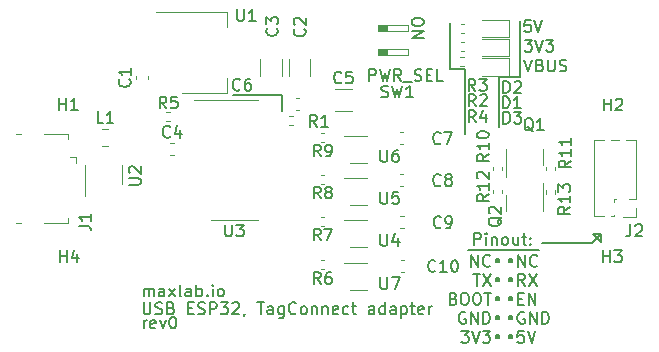
<source format=gbr>
%TF.GenerationSoftware,KiCad,Pcbnew,(6.0.9)*%
%TF.CreationDate,2022-11-09T13:04:19-08:00*%
%TF.ProjectId,esp32-prog,65737033-322d-4707-926f-672e6b696361,rev?*%
%TF.SameCoordinates,PX8f0d180PY2d4cae0*%
%TF.FileFunction,Legend,Top*%
%TF.FilePolarity,Positive*%
%FSLAX46Y46*%
G04 Gerber Fmt 4.6, Leading zero omitted, Abs format (unit mm)*
G04 Created by KiCad (PCBNEW (6.0.9)) date 2022-11-09 13:04:19*
%MOMM*%
%LPD*%
G01*
G04 APERTURE LIST*
%ADD10C,0.150000*%
%ADD11C,0.120000*%
G04 APERTURE END LIST*
D10*
X18400400Y-7986400D02*
X22515200Y-7986400D01*
X49600000Y-19700000D02*
X48800000Y-20500000D01*
X49600000Y-19700000D02*
X48900000Y-19700000D01*
X40955600Y-6462400D02*
X40955600Y-10628000D01*
X36790000Y-5751200D02*
X36790000Y-1890400D01*
X22515200Y-7986400D02*
X22515200Y-9307200D01*
X48900000Y-19700000D02*
X49600000Y-20400000D01*
X42682800Y-1687200D02*
X42682800Y-6462400D01*
X49600000Y-20400000D02*
X49600000Y-19700000D01*
X38060000Y-7275200D02*
X38060000Y-5751200D01*
X38300000Y-21100000D02*
X44300000Y-21100000D01*
X42682800Y-6462400D02*
X40955600Y-6462400D01*
X38060000Y-5751200D02*
X36790000Y-5751200D01*
X38060000Y-11288400D02*
X38060000Y-7275200D01*
X48800000Y-20500000D02*
X44550000Y-20500000D01*
X38542976Y-22482380D02*
X38542976Y-21482380D01*
X39114404Y-22482380D01*
X39114404Y-21482380D01*
X40162023Y-22387142D02*
X40114404Y-22434761D01*
X39971547Y-22482380D01*
X39876309Y-22482380D01*
X39733452Y-22434761D01*
X39638214Y-22339523D01*
X39590595Y-22244285D01*
X39542976Y-22053809D01*
X39542976Y-21910952D01*
X39590595Y-21720476D01*
X39638214Y-21625238D01*
X39733452Y-21530000D01*
X39876309Y-21482380D01*
X39971547Y-21482380D01*
X40114404Y-21530000D01*
X40162023Y-21577619D01*
X38733452Y-23092380D02*
X39304880Y-23092380D01*
X39019166Y-24092380D02*
X39019166Y-23092380D01*
X39542976Y-23092380D02*
X40209642Y-24092380D01*
X40209642Y-23092380D02*
X39542976Y-24092380D01*
X37066785Y-25178571D02*
X37209642Y-25226190D01*
X37257261Y-25273809D01*
X37304880Y-25369047D01*
X37304880Y-25511904D01*
X37257261Y-25607142D01*
X37209642Y-25654761D01*
X37114404Y-25702380D01*
X36733452Y-25702380D01*
X36733452Y-24702380D01*
X37066785Y-24702380D01*
X37162023Y-24750000D01*
X37209642Y-24797619D01*
X37257261Y-24892857D01*
X37257261Y-24988095D01*
X37209642Y-25083333D01*
X37162023Y-25130952D01*
X37066785Y-25178571D01*
X36733452Y-25178571D01*
X37923928Y-24702380D02*
X38114404Y-24702380D01*
X38209642Y-24750000D01*
X38304880Y-24845238D01*
X38352500Y-25035714D01*
X38352500Y-25369047D01*
X38304880Y-25559523D01*
X38209642Y-25654761D01*
X38114404Y-25702380D01*
X37923928Y-25702380D01*
X37828690Y-25654761D01*
X37733452Y-25559523D01*
X37685833Y-25369047D01*
X37685833Y-25035714D01*
X37733452Y-24845238D01*
X37828690Y-24750000D01*
X37923928Y-24702380D01*
X38971547Y-24702380D02*
X39162023Y-24702380D01*
X39257261Y-24750000D01*
X39352500Y-24845238D01*
X39400119Y-25035714D01*
X39400119Y-25369047D01*
X39352500Y-25559523D01*
X39257261Y-25654761D01*
X39162023Y-25702380D01*
X38971547Y-25702380D01*
X38876309Y-25654761D01*
X38781071Y-25559523D01*
X38733452Y-25369047D01*
X38733452Y-25035714D01*
X38781071Y-24845238D01*
X38876309Y-24750000D01*
X38971547Y-24702380D01*
X39685833Y-24702380D02*
X40257261Y-24702380D01*
X39971547Y-25702380D02*
X39971547Y-24702380D01*
X38066785Y-26360000D02*
X37971547Y-26312380D01*
X37828690Y-26312380D01*
X37685833Y-26360000D01*
X37590595Y-26455238D01*
X37542976Y-26550476D01*
X37495357Y-26740952D01*
X37495357Y-26883809D01*
X37542976Y-27074285D01*
X37590595Y-27169523D01*
X37685833Y-27264761D01*
X37828690Y-27312380D01*
X37923928Y-27312380D01*
X38066785Y-27264761D01*
X38114404Y-27217142D01*
X38114404Y-26883809D01*
X37923928Y-26883809D01*
X38542976Y-27312380D02*
X38542976Y-26312380D01*
X39114404Y-27312380D01*
X39114404Y-26312380D01*
X39590595Y-27312380D02*
X39590595Y-26312380D01*
X39828690Y-26312380D01*
X39971547Y-26360000D01*
X40066785Y-26455238D01*
X40114404Y-26550476D01*
X40162023Y-26740952D01*
X40162023Y-26883809D01*
X40114404Y-27074285D01*
X40066785Y-27169523D01*
X39971547Y-27264761D01*
X39828690Y-27312380D01*
X39590595Y-27312380D01*
X37733452Y-27922380D02*
X38352500Y-27922380D01*
X38019166Y-28303333D01*
X38162023Y-28303333D01*
X38257261Y-28350952D01*
X38304880Y-28398571D01*
X38352500Y-28493809D01*
X38352500Y-28731904D01*
X38304880Y-28827142D01*
X38257261Y-28874761D01*
X38162023Y-28922380D01*
X37876309Y-28922380D01*
X37781071Y-28874761D01*
X37733452Y-28827142D01*
X38638214Y-27922380D02*
X38971547Y-28922380D01*
X39304880Y-27922380D01*
X39542976Y-27922380D02*
X40162023Y-27922380D01*
X39828690Y-28303333D01*
X39971547Y-28303333D01*
X40066785Y-28350952D01*
X40114404Y-28398571D01*
X40162023Y-28493809D01*
X40162023Y-28731904D01*
X40114404Y-28827142D01*
X40066785Y-28874761D01*
X39971547Y-28922380D01*
X39685833Y-28922380D01*
X39590595Y-28874761D01*
X39542976Y-28827142D01*
X43591923Y-1599580D02*
X43115733Y-1599580D01*
X43068114Y-2075771D01*
X43115733Y-2028152D01*
X43210971Y-1980533D01*
X43449066Y-1980533D01*
X43544304Y-2028152D01*
X43591923Y-2075771D01*
X43639542Y-2171009D01*
X43639542Y-2409104D01*
X43591923Y-2504342D01*
X43544304Y-2551961D01*
X43449066Y-2599580D01*
X43210971Y-2599580D01*
X43115733Y-2551961D01*
X43068114Y-2504342D01*
X43925257Y-1599580D02*
X44258590Y-2599580D01*
X44591923Y-1599580D01*
X10835595Y-27702380D02*
X10835595Y-27035714D01*
X10835595Y-27226190D02*
X10883214Y-27130952D01*
X10930833Y-27083333D01*
X11026071Y-27035714D01*
X11121309Y-27035714D01*
X11835595Y-27654761D02*
X11740357Y-27702380D01*
X11549880Y-27702380D01*
X11454642Y-27654761D01*
X11407023Y-27559523D01*
X11407023Y-27178571D01*
X11454642Y-27083333D01*
X11549880Y-27035714D01*
X11740357Y-27035714D01*
X11835595Y-27083333D01*
X11883214Y-27178571D01*
X11883214Y-27273809D01*
X11407023Y-27369047D01*
X12216547Y-27035714D02*
X12454642Y-27702380D01*
X12692738Y-27035714D01*
X13264166Y-26702380D02*
X13359404Y-26702380D01*
X13454642Y-26750000D01*
X13502261Y-26797619D01*
X13549880Y-26892857D01*
X13597500Y-27083333D01*
X13597500Y-27321428D01*
X13549880Y-27511904D01*
X13502261Y-27607142D01*
X13454642Y-27654761D01*
X13359404Y-27702380D01*
X13264166Y-27702380D01*
X13168928Y-27654761D01*
X13121309Y-27607142D01*
X13073690Y-27511904D01*
X13026071Y-27321428D01*
X13026071Y-27083333D01*
X13073690Y-26892857D01*
X13121309Y-26797619D01*
X13168928Y-26750000D01*
X13264166Y-26702380D01*
X43066666Y-4952380D02*
X43400000Y-5952380D01*
X43733333Y-4952380D01*
X44400000Y-5428571D02*
X44542857Y-5476190D01*
X44590476Y-5523809D01*
X44638095Y-5619047D01*
X44638095Y-5761904D01*
X44590476Y-5857142D01*
X44542857Y-5904761D01*
X44447619Y-5952380D01*
X44066666Y-5952380D01*
X44066666Y-4952380D01*
X44400000Y-4952380D01*
X44495238Y-5000000D01*
X44542857Y-5047619D01*
X44590476Y-5142857D01*
X44590476Y-5238095D01*
X44542857Y-5333333D01*
X44495238Y-5380952D01*
X44400000Y-5428571D01*
X44066666Y-5428571D01*
X45066666Y-4952380D02*
X45066666Y-5761904D01*
X45114285Y-5857142D01*
X45161904Y-5904761D01*
X45257142Y-5952380D01*
X45447619Y-5952380D01*
X45542857Y-5904761D01*
X45590476Y-5857142D01*
X45638095Y-5761904D01*
X45638095Y-4952380D01*
X46066666Y-5904761D02*
X46209523Y-5952380D01*
X46447619Y-5952380D01*
X46542857Y-5904761D01*
X46590476Y-5857142D01*
X46638095Y-5761904D01*
X46638095Y-5666666D01*
X46590476Y-5571428D01*
X46542857Y-5523809D01*
X46447619Y-5476190D01*
X46257142Y-5428571D01*
X46161904Y-5380952D01*
X46114285Y-5333333D01*
X46066666Y-5238095D01*
X46066666Y-5142857D01*
X46114285Y-5047619D01*
X46161904Y-5000000D01*
X46257142Y-4952380D01*
X46495238Y-4952380D01*
X46638095Y-5000000D01*
X41804761Y-21856190D02*
X41804761Y-22046666D01*
X41852380Y-22046666D02*
X41852380Y-21856190D01*
X41900000Y-21808571D02*
X41900000Y-22094285D01*
X41947619Y-22046666D02*
X41947619Y-21856190D01*
X41995238Y-21856190D02*
X41995238Y-22046666D01*
X41804761Y-21999047D02*
X41900000Y-22094285D01*
X41995238Y-21999047D01*
X41804761Y-21903809D02*
X41900000Y-21808571D01*
X41995238Y-21903809D01*
X41804761Y-21856190D02*
X41900000Y-21808571D01*
X41995238Y-21856190D01*
X42042857Y-21951428D01*
X41995238Y-22046666D01*
X41900000Y-22094285D01*
X41804761Y-22046666D01*
X41757142Y-21951428D01*
X41804761Y-21856190D01*
X41804761Y-23466190D02*
X41804761Y-23656666D01*
X41852380Y-23656666D02*
X41852380Y-23466190D01*
X41900000Y-23418571D02*
X41900000Y-23704285D01*
X41947619Y-23656666D02*
X41947619Y-23466190D01*
X41995238Y-23466190D02*
X41995238Y-23656666D01*
X41804761Y-23609047D02*
X41900000Y-23704285D01*
X41995238Y-23609047D01*
X41804761Y-23513809D02*
X41900000Y-23418571D01*
X41995238Y-23513809D01*
X41804761Y-23466190D02*
X41900000Y-23418571D01*
X41995238Y-23466190D01*
X42042857Y-23561428D01*
X41995238Y-23656666D01*
X41900000Y-23704285D01*
X41804761Y-23656666D01*
X41757142Y-23561428D01*
X41804761Y-23466190D01*
X41804761Y-25076190D02*
X41804761Y-25266666D01*
X41852380Y-25266666D02*
X41852380Y-25076190D01*
X41900000Y-25028571D02*
X41900000Y-25314285D01*
X41947619Y-25266666D02*
X41947619Y-25076190D01*
X41995238Y-25076190D02*
X41995238Y-25266666D01*
X41804761Y-25219047D02*
X41900000Y-25314285D01*
X41995238Y-25219047D01*
X41804761Y-25123809D02*
X41900000Y-25028571D01*
X41995238Y-25123809D01*
X41804761Y-25076190D02*
X41900000Y-25028571D01*
X41995238Y-25076190D01*
X42042857Y-25171428D01*
X41995238Y-25266666D01*
X41900000Y-25314285D01*
X41804761Y-25266666D01*
X41757142Y-25171428D01*
X41804761Y-25076190D01*
X41804761Y-26686190D02*
X41804761Y-26876666D01*
X41852380Y-26876666D02*
X41852380Y-26686190D01*
X41900000Y-26638571D02*
X41900000Y-26924285D01*
X41947619Y-26876666D02*
X41947619Y-26686190D01*
X41995238Y-26686190D02*
X41995238Y-26876666D01*
X41804761Y-26829047D02*
X41900000Y-26924285D01*
X41995238Y-26829047D01*
X41804761Y-26733809D02*
X41900000Y-26638571D01*
X41995238Y-26733809D01*
X41804761Y-26686190D02*
X41900000Y-26638571D01*
X41995238Y-26686190D01*
X42042857Y-26781428D01*
X41995238Y-26876666D01*
X41900000Y-26924285D01*
X41804761Y-26876666D01*
X41757142Y-26781428D01*
X41804761Y-26686190D01*
X41804761Y-28296190D02*
X41804761Y-28486666D01*
X41852380Y-28486666D02*
X41852380Y-28296190D01*
X41900000Y-28248571D02*
X41900000Y-28534285D01*
X41947619Y-28486666D02*
X41947619Y-28296190D01*
X41995238Y-28296190D02*
X41995238Y-28486666D01*
X41804761Y-28439047D02*
X41900000Y-28534285D01*
X41995238Y-28439047D01*
X41804761Y-28343809D02*
X41900000Y-28248571D01*
X41995238Y-28343809D01*
X41804761Y-28296190D02*
X41900000Y-28248571D01*
X41995238Y-28296190D01*
X42042857Y-28391428D01*
X41995238Y-28486666D01*
X41900000Y-28534285D01*
X41804761Y-28486666D01*
X41757142Y-28391428D01*
X41804761Y-28296190D01*
X42535595Y-22482380D02*
X42535595Y-21482380D01*
X43107023Y-22482380D01*
X43107023Y-21482380D01*
X44154642Y-22387142D02*
X44107023Y-22434761D01*
X43964166Y-22482380D01*
X43868928Y-22482380D01*
X43726071Y-22434761D01*
X43630833Y-22339523D01*
X43583214Y-22244285D01*
X43535595Y-22053809D01*
X43535595Y-21910952D01*
X43583214Y-21720476D01*
X43630833Y-21625238D01*
X43726071Y-21530000D01*
X43868928Y-21482380D01*
X43964166Y-21482380D01*
X44107023Y-21530000D01*
X44154642Y-21577619D01*
X43107023Y-24092380D02*
X42773690Y-23616190D01*
X42535595Y-24092380D02*
X42535595Y-23092380D01*
X42916547Y-23092380D01*
X43011785Y-23140000D01*
X43059404Y-23187619D01*
X43107023Y-23282857D01*
X43107023Y-23425714D01*
X43059404Y-23520952D01*
X43011785Y-23568571D01*
X42916547Y-23616190D01*
X42535595Y-23616190D01*
X43440357Y-23092380D02*
X44107023Y-24092380D01*
X44107023Y-23092380D02*
X43440357Y-24092380D01*
X42535595Y-25178571D02*
X42868928Y-25178571D01*
X43011785Y-25702380D02*
X42535595Y-25702380D01*
X42535595Y-24702380D01*
X43011785Y-24702380D01*
X43440357Y-25702380D02*
X43440357Y-24702380D01*
X44011785Y-25702380D01*
X44011785Y-24702380D01*
X43059404Y-26360000D02*
X42964166Y-26312380D01*
X42821309Y-26312380D01*
X42678452Y-26360000D01*
X42583214Y-26455238D01*
X42535595Y-26550476D01*
X42487976Y-26740952D01*
X42487976Y-26883809D01*
X42535595Y-27074285D01*
X42583214Y-27169523D01*
X42678452Y-27264761D01*
X42821309Y-27312380D01*
X42916547Y-27312380D01*
X43059404Y-27264761D01*
X43107023Y-27217142D01*
X43107023Y-26883809D01*
X42916547Y-26883809D01*
X43535595Y-27312380D02*
X43535595Y-26312380D01*
X44107023Y-27312380D01*
X44107023Y-26312380D01*
X44583214Y-27312380D02*
X44583214Y-26312380D01*
X44821309Y-26312380D01*
X44964166Y-26360000D01*
X45059404Y-26455238D01*
X45107023Y-26550476D01*
X45154642Y-26740952D01*
X45154642Y-26883809D01*
X45107023Y-27074285D01*
X45059404Y-27169523D01*
X44964166Y-27264761D01*
X44821309Y-27312380D01*
X44583214Y-27312380D01*
X43011785Y-27922380D02*
X42535595Y-27922380D01*
X42487976Y-28398571D01*
X42535595Y-28350952D01*
X42630833Y-28303333D01*
X42868928Y-28303333D01*
X42964166Y-28350952D01*
X43011785Y-28398571D01*
X43059404Y-28493809D01*
X43059404Y-28731904D01*
X43011785Y-28827142D01*
X42964166Y-28874761D01*
X42868928Y-28922380D01*
X42630833Y-28922380D01*
X42535595Y-28874761D01*
X42487976Y-28827142D01*
X43345119Y-27922380D02*
X43678452Y-28922380D01*
X44011785Y-27922380D01*
X38819047Y-20652380D02*
X38819047Y-19652380D01*
X39200000Y-19652380D01*
X39295238Y-19700000D01*
X39342857Y-19747619D01*
X39390476Y-19842857D01*
X39390476Y-19985714D01*
X39342857Y-20080952D01*
X39295238Y-20128571D01*
X39200000Y-20176190D01*
X38819047Y-20176190D01*
X39819047Y-20652380D02*
X39819047Y-19985714D01*
X39819047Y-19652380D02*
X39771428Y-19700000D01*
X39819047Y-19747619D01*
X39866666Y-19700000D01*
X39819047Y-19652380D01*
X39819047Y-19747619D01*
X40295238Y-19985714D02*
X40295238Y-20652380D01*
X40295238Y-20080952D02*
X40342857Y-20033333D01*
X40438095Y-19985714D01*
X40580952Y-19985714D01*
X40676190Y-20033333D01*
X40723809Y-20128571D01*
X40723809Y-20652380D01*
X41342857Y-20652380D02*
X41247619Y-20604761D01*
X41200000Y-20557142D01*
X41152380Y-20461904D01*
X41152380Y-20176190D01*
X41200000Y-20080952D01*
X41247619Y-20033333D01*
X41342857Y-19985714D01*
X41485714Y-19985714D01*
X41580952Y-20033333D01*
X41628571Y-20080952D01*
X41676190Y-20176190D01*
X41676190Y-20461904D01*
X41628571Y-20557142D01*
X41580952Y-20604761D01*
X41485714Y-20652380D01*
X41342857Y-20652380D01*
X42533333Y-19985714D02*
X42533333Y-20652380D01*
X42104761Y-19985714D02*
X42104761Y-20509523D01*
X42152380Y-20604761D01*
X42247619Y-20652380D01*
X42390476Y-20652380D01*
X42485714Y-20604761D01*
X42533333Y-20557142D01*
X42866666Y-19985714D02*
X43247619Y-19985714D01*
X43009523Y-19652380D02*
X43009523Y-20509523D01*
X43057142Y-20604761D01*
X43152380Y-20652380D01*
X43247619Y-20652380D01*
X43580952Y-20557142D02*
X43628571Y-20604761D01*
X43580952Y-20652380D01*
X43533333Y-20604761D01*
X43580952Y-20557142D01*
X43580952Y-20652380D01*
X43580952Y-20033333D02*
X43628571Y-20080952D01*
X43580952Y-20128571D01*
X43533333Y-20080952D01*
X43580952Y-20033333D01*
X43580952Y-20128571D01*
X43103104Y-3275980D02*
X43722152Y-3275980D01*
X43388819Y-3656933D01*
X43531676Y-3656933D01*
X43626914Y-3704552D01*
X43674533Y-3752171D01*
X43722152Y-3847409D01*
X43722152Y-4085504D01*
X43674533Y-4180742D01*
X43626914Y-4228361D01*
X43531676Y-4275980D01*
X43245961Y-4275980D01*
X43150723Y-4228361D01*
X43103104Y-4180742D01*
X44007866Y-3275980D02*
X44341200Y-4275980D01*
X44674533Y-3275980D01*
X44912628Y-3275980D02*
X45531676Y-3275980D01*
X45198342Y-3656933D01*
X45341200Y-3656933D01*
X45436438Y-3704552D01*
X45484057Y-3752171D01*
X45531676Y-3847409D01*
X45531676Y-4085504D01*
X45484057Y-4180742D01*
X45436438Y-4228361D01*
X45341200Y-4275980D01*
X45055485Y-4275980D01*
X44960247Y-4228361D01*
X44912628Y-4180742D01*
X10835595Y-25002380D02*
X10835595Y-24335714D01*
X10835595Y-24430952D02*
X10883214Y-24383333D01*
X10978452Y-24335714D01*
X11121309Y-24335714D01*
X11216547Y-24383333D01*
X11264166Y-24478571D01*
X11264166Y-25002380D01*
X11264166Y-24478571D02*
X11311785Y-24383333D01*
X11407023Y-24335714D01*
X11549880Y-24335714D01*
X11645119Y-24383333D01*
X11692738Y-24478571D01*
X11692738Y-25002380D01*
X12597500Y-25002380D02*
X12597500Y-24478571D01*
X12549880Y-24383333D01*
X12454642Y-24335714D01*
X12264166Y-24335714D01*
X12168928Y-24383333D01*
X12597500Y-24954761D02*
X12502261Y-25002380D01*
X12264166Y-25002380D01*
X12168928Y-24954761D01*
X12121309Y-24859523D01*
X12121309Y-24764285D01*
X12168928Y-24669047D01*
X12264166Y-24621428D01*
X12502261Y-24621428D01*
X12597500Y-24573809D01*
X12978452Y-25002380D02*
X13502261Y-24335714D01*
X12978452Y-24335714D02*
X13502261Y-25002380D01*
X14026071Y-25002380D02*
X13930833Y-24954761D01*
X13883214Y-24859523D01*
X13883214Y-24002380D01*
X14835595Y-25002380D02*
X14835595Y-24478571D01*
X14787976Y-24383333D01*
X14692738Y-24335714D01*
X14502261Y-24335714D01*
X14407023Y-24383333D01*
X14835595Y-24954761D02*
X14740357Y-25002380D01*
X14502261Y-25002380D01*
X14407023Y-24954761D01*
X14359404Y-24859523D01*
X14359404Y-24764285D01*
X14407023Y-24669047D01*
X14502261Y-24621428D01*
X14740357Y-24621428D01*
X14835595Y-24573809D01*
X15311785Y-25002380D02*
X15311785Y-24002380D01*
X15311785Y-24383333D02*
X15407023Y-24335714D01*
X15597500Y-24335714D01*
X15692738Y-24383333D01*
X15740357Y-24430952D01*
X15787976Y-24526190D01*
X15787976Y-24811904D01*
X15740357Y-24907142D01*
X15692738Y-24954761D01*
X15597500Y-25002380D01*
X15407023Y-25002380D01*
X15311785Y-24954761D01*
X16216547Y-24907142D02*
X16264166Y-24954761D01*
X16216547Y-25002380D01*
X16168928Y-24954761D01*
X16216547Y-24907142D01*
X16216547Y-25002380D01*
X16692738Y-25002380D02*
X16692738Y-24335714D01*
X16692738Y-24002380D02*
X16645119Y-24050000D01*
X16692738Y-24097619D01*
X16740357Y-24050000D01*
X16692738Y-24002380D01*
X16692738Y-24097619D01*
X17311785Y-25002380D02*
X17216547Y-24954761D01*
X17168928Y-24907142D01*
X17121309Y-24811904D01*
X17121309Y-24526190D01*
X17168928Y-24430952D01*
X17216547Y-24383333D01*
X17311785Y-24335714D01*
X17454642Y-24335714D01*
X17549880Y-24383333D01*
X17597500Y-24430952D01*
X17645119Y-24526190D01*
X17645119Y-24811904D01*
X17597500Y-24907142D01*
X17549880Y-24954761D01*
X17454642Y-25002380D01*
X17311785Y-25002380D01*
X40704761Y-21856190D02*
X40704761Y-22046666D01*
X40752380Y-22046666D02*
X40752380Y-21856190D01*
X40800000Y-21808571D02*
X40800000Y-22094285D01*
X40847619Y-22046666D02*
X40847619Y-21856190D01*
X40895238Y-21856190D02*
X40895238Y-22046666D01*
X40704761Y-21999047D02*
X40800000Y-22094285D01*
X40895238Y-21999047D01*
X40704761Y-21903809D02*
X40800000Y-21808571D01*
X40895238Y-21903809D01*
X40704761Y-21856190D02*
X40800000Y-21808571D01*
X40895238Y-21856190D01*
X40942857Y-21951428D01*
X40895238Y-22046666D01*
X40800000Y-22094285D01*
X40704761Y-22046666D01*
X40657142Y-21951428D01*
X40704761Y-21856190D01*
X40704761Y-23466190D02*
X40704761Y-23656666D01*
X40752380Y-23656666D02*
X40752380Y-23466190D01*
X40800000Y-23418571D02*
X40800000Y-23704285D01*
X40847619Y-23656666D02*
X40847619Y-23466190D01*
X40895238Y-23466190D02*
X40895238Y-23656666D01*
X40704761Y-23609047D02*
X40800000Y-23704285D01*
X40895238Y-23609047D01*
X40704761Y-23513809D02*
X40800000Y-23418571D01*
X40895238Y-23513809D01*
X40704761Y-23466190D02*
X40800000Y-23418571D01*
X40895238Y-23466190D01*
X40942857Y-23561428D01*
X40895238Y-23656666D01*
X40800000Y-23704285D01*
X40704761Y-23656666D01*
X40657142Y-23561428D01*
X40704761Y-23466190D01*
X40704761Y-25076190D02*
X40704761Y-25266666D01*
X40752380Y-25266666D02*
X40752380Y-25076190D01*
X40800000Y-25028571D02*
X40800000Y-25314285D01*
X40847619Y-25266666D02*
X40847619Y-25076190D01*
X40895238Y-25076190D02*
X40895238Y-25266666D01*
X40704761Y-25219047D02*
X40800000Y-25314285D01*
X40895238Y-25219047D01*
X40704761Y-25123809D02*
X40800000Y-25028571D01*
X40895238Y-25123809D01*
X40704761Y-25076190D02*
X40800000Y-25028571D01*
X40895238Y-25076190D01*
X40942857Y-25171428D01*
X40895238Y-25266666D01*
X40800000Y-25314285D01*
X40704761Y-25266666D01*
X40657142Y-25171428D01*
X40704761Y-25076190D01*
X40704761Y-26686190D02*
X40704761Y-26876666D01*
X40752380Y-26876666D02*
X40752380Y-26686190D01*
X40800000Y-26638571D02*
X40800000Y-26924285D01*
X40847619Y-26876666D02*
X40847619Y-26686190D01*
X40895238Y-26686190D02*
X40895238Y-26876666D01*
X40704761Y-26829047D02*
X40800000Y-26924285D01*
X40895238Y-26829047D01*
X40704761Y-26733809D02*
X40800000Y-26638571D01*
X40895238Y-26733809D01*
X40704761Y-26686190D02*
X40800000Y-26638571D01*
X40895238Y-26686190D01*
X40942857Y-26781428D01*
X40895238Y-26876666D01*
X40800000Y-26924285D01*
X40704761Y-26876666D01*
X40657142Y-26781428D01*
X40704761Y-26686190D01*
X40704761Y-28296190D02*
X40704761Y-28486666D01*
X40752380Y-28486666D02*
X40752380Y-28296190D01*
X40800000Y-28248571D02*
X40800000Y-28534285D01*
X40847619Y-28486666D02*
X40847619Y-28296190D01*
X40895238Y-28296190D02*
X40895238Y-28486666D01*
X40704761Y-28439047D02*
X40800000Y-28534285D01*
X40895238Y-28439047D01*
X40704761Y-28343809D02*
X40800000Y-28248571D01*
X40895238Y-28343809D01*
X40704761Y-28296190D02*
X40800000Y-28248571D01*
X40895238Y-28296190D01*
X40942857Y-28391428D01*
X40895238Y-28486666D01*
X40800000Y-28534285D01*
X40704761Y-28486666D01*
X40657142Y-28391428D01*
X40704761Y-28296190D01*
X10835595Y-25502380D02*
X10835595Y-26311904D01*
X10883214Y-26407142D01*
X10930833Y-26454761D01*
X11026071Y-26502380D01*
X11216547Y-26502380D01*
X11311785Y-26454761D01*
X11359404Y-26407142D01*
X11407023Y-26311904D01*
X11407023Y-25502380D01*
X11835595Y-26454761D02*
X11978452Y-26502380D01*
X12216547Y-26502380D01*
X12311785Y-26454761D01*
X12359404Y-26407142D01*
X12407023Y-26311904D01*
X12407023Y-26216666D01*
X12359404Y-26121428D01*
X12311785Y-26073809D01*
X12216547Y-26026190D01*
X12026071Y-25978571D01*
X11930833Y-25930952D01*
X11883214Y-25883333D01*
X11835595Y-25788095D01*
X11835595Y-25692857D01*
X11883214Y-25597619D01*
X11930833Y-25550000D01*
X12026071Y-25502380D01*
X12264166Y-25502380D01*
X12407023Y-25550000D01*
X13168928Y-25978571D02*
X13311785Y-26026190D01*
X13359404Y-26073809D01*
X13407023Y-26169047D01*
X13407023Y-26311904D01*
X13359404Y-26407142D01*
X13311785Y-26454761D01*
X13216547Y-26502380D01*
X12835595Y-26502380D01*
X12835595Y-25502380D01*
X13168928Y-25502380D01*
X13264166Y-25550000D01*
X13311785Y-25597619D01*
X13359404Y-25692857D01*
X13359404Y-25788095D01*
X13311785Y-25883333D01*
X13264166Y-25930952D01*
X13168928Y-25978571D01*
X12835595Y-25978571D01*
X14597500Y-25978571D02*
X14930833Y-25978571D01*
X15073690Y-26502380D02*
X14597500Y-26502380D01*
X14597500Y-25502380D01*
X15073690Y-25502380D01*
X15454642Y-26454761D02*
X15597500Y-26502380D01*
X15835595Y-26502380D01*
X15930833Y-26454761D01*
X15978452Y-26407142D01*
X16026071Y-26311904D01*
X16026071Y-26216666D01*
X15978452Y-26121428D01*
X15930833Y-26073809D01*
X15835595Y-26026190D01*
X15645119Y-25978571D01*
X15549880Y-25930952D01*
X15502261Y-25883333D01*
X15454642Y-25788095D01*
X15454642Y-25692857D01*
X15502261Y-25597619D01*
X15549880Y-25550000D01*
X15645119Y-25502380D01*
X15883214Y-25502380D01*
X16026071Y-25550000D01*
X16454642Y-26502380D02*
X16454642Y-25502380D01*
X16835595Y-25502380D01*
X16930833Y-25550000D01*
X16978452Y-25597619D01*
X17026071Y-25692857D01*
X17026071Y-25835714D01*
X16978452Y-25930952D01*
X16930833Y-25978571D01*
X16835595Y-26026190D01*
X16454642Y-26026190D01*
X17359404Y-25502380D02*
X17978452Y-25502380D01*
X17645119Y-25883333D01*
X17787976Y-25883333D01*
X17883214Y-25930952D01*
X17930833Y-25978571D01*
X17978452Y-26073809D01*
X17978452Y-26311904D01*
X17930833Y-26407142D01*
X17883214Y-26454761D01*
X17787976Y-26502380D01*
X17502261Y-26502380D01*
X17407023Y-26454761D01*
X17359404Y-26407142D01*
X18359404Y-25597619D02*
X18407023Y-25550000D01*
X18502261Y-25502380D01*
X18740357Y-25502380D01*
X18835595Y-25550000D01*
X18883214Y-25597619D01*
X18930833Y-25692857D01*
X18930833Y-25788095D01*
X18883214Y-25930952D01*
X18311785Y-26502380D01*
X18930833Y-26502380D01*
X19407023Y-26454761D02*
X19407023Y-26502380D01*
X19359404Y-26597619D01*
X19311785Y-26645238D01*
X20454642Y-25502380D02*
X21026071Y-25502380D01*
X20740357Y-26502380D02*
X20740357Y-25502380D01*
X21787976Y-26502380D02*
X21787976Y-25978571D01*
X21740357Y-25883333D01*
X21645119Y-25835714D01*
X21454642Y-25835714D01*
X21359404Y-25883333D01*
X21787976Y-26454761D02*
X21692738Y-26502380D01*
X21454642Y-26502380D01*
X21359404Y-26454761D01*
X21311785Y-26359523D01*
X21311785Y-26264285D01*
X21359404Y-26169047D01*
X21454642Y-26121428D01*
X21692738Y-26121428D01*
X21787976Y-26073809D01*
X22692738Y-25835714D02*
X22692738Y-26645238D01*
X22645119Y-26740476D01*
X22597500Y-26788095D01*
X22502261Y-26835714D01*
X22359404Y-26835714D01*
X22264166Y-26788095D01*
X22692738Y-26454761D02*
X22597500Y-26502380D01*
X22407023Y-26502380D01*
X22311785Y-26454761D01*
X22264166Y-26407142D01*
X22216547Y-26311904D01*
X22216547Y-26026190D01*
X22264166Y-25930952D01*
X22311785Y-25883333D01*
X22407023Y-25835714D01*
X22597500Y-25835714D01*
X22692738Y-25883333D01*
X23740357Y-26407142D02*
X23692738Y-26454761D01*
X23549880Y-26502380D01*
X23454642Y-26502380D01*
X23311785Y-26454761D01*
X23216547Y-26359523D01*
X23168928Y-26264285D01*
X23121309Y-26073809D01*
X23121309Y-25930952D01*
X23168928Y-25740476D01*
X23216547Y-25645238D01*
X23311785Y-25550000D01*
X23454642Y-25502380D01*
X23549880Y-25502380D01*
X23692738Y-25550000D01*
X23740357Y-25597619D01*
X24311785Y-26502380D02*
X24216547Y-26454761D01*
X24168928Y-26407142D01*
X24121309Y-26311904D01*
X24121309Y-26026190D01*
X24168928Y-25930952D01*
X24216547Y-25883333D01*
X24311785Y-25835714D01*
X24454642Y-25835714D01*
X24549880Y-25883333D01*
X24597500Y-25930952D01*
X24645119Y-26026190D01*
X24645119Y-26311904D01*
X24597500Y-26407142D01*
X24549880Y-26454761D01*
X24454642Y-26502380D01*
X24311785Y-26502380D01*
X25073690Y-25835714D02*
X25073690Y-26502380D01*
X25073690Y-25930952D02*
X25121309Y-25883333D01*
X25216547Y-25835714D01*
X25359404Y-25835714D01*
X25454642Y-25883333D01*
X25502261Y-25978571D01*
X25502261Y-26502380D01*
X25978452Y-25835714D02*
X25978452Y-26502380D01*
X25978452Y-25930952D02*
X26026071Y-25883333D01*
X26121309Y-25835714D01*
X26264166Y-25835714D01*
X26359404Y-25883333D01*
X26407023Y-25978571D01*
X26407023Y-26502380D01*
X27264166Y-26454761D02*
X27168928Y-26502380D01*
X26978452Y-26502380D01*
X26883214Y-26454761D01*
X26835595Y-26359523D01*
X26835595Y-25978571D01*
X26883214Y-25883333D01*
X26978452Y-25835714D01*
X27168928Y-25835714D01*
X27264166Y-25883333D01*
X27311785Y-25978571D01*
X27311785Y-26073809D01*
X26835595Y-26169047D01*
X28168928Y-26454761D02*
X28073690Y-26502380D01*
X27883214Y-26502380D01*
X27787976Y-26454761D01*
X27740357Y-26407142D01*
X27692738Y-26311904D01*
X27692738Y-26026190D01*
X27740357Y-25930952D01*
X27787976Y-25883333D01*
X27883214Y-25835714D01*
X28073690Y-25835714D01*
X28168928Y-25883333D01*
X28454642Y-25835714D02*
X28835595Y-25835714D01*
X28597500Y-25502380D02*
X28597500Y-26359523D01*
X28645119Y-26454761D01*
X28740357Y-26502380D01*
X28835595Y-26502380D01*
X30359404Y-26502380D02*
X30359404Y-25978571D01*
X30311785Y-25883333D01*
X30216547Y-25835714D01*
X30026071Y-25835714D01*
X29930833Y-25883333D01*
X30359404Y-26454761D02*
X30264166Y-26502380D01*
X30026071Y-26502380D01*
X29930833Y-26454761D01*
X29883214Y-26359523D01*
X29883214Y-26264285D01*
X29930833Y-26169047D01*
X30026071Y-26121428D01*
X30264166Y-26121428D01*
X30359404Y-26073809D01*
X31264166Y-26502380D02*
X31264166Y-25502380D01*
X31264166Y-26454761D02*
X31168928Y-26502380D01*
X30978452Y-26502380D01*
X30883214Y-26454761D01*
X30835595Y-26407142D01*
X30787976Y-26311904D01*
X30787976Y-26026190D01*
X30835595Y-25930952D01*
X30883214Y-25883333D01*
X30978452Y-25835714D01*
X31168928Y-25835714D01*
X31264166Y-25883333D01*
X32168928Y-26502380D02*
X32168928Y-25978571D01*
X32121309Y-25883333D01*
X32026071Y-25835714D01*
X31835595Y-25835714D01*
X31740357Y-25883333D01*
X32168928Y-26454761D02*
X32073690Y-26502380D01*
X31835595Y-26502380D01*
X31740357Y-26454761D01*
X31692738Y-26359523D01*
X31692738Y-26264285D01*
X31740357Y-26169047D01*
X31835595Y-26121428D01*
X32073690Y-26121428D01*
X32168928Y-26073809D01*
X32645119Y-25835714D02*
X32645119Y-26835714D01*
X32645119Y-25883333D02*
X32740357Y-25835714D01*
X32930833Y-25835714D01*
X33026071Y-25883333D01*
X33073690Y-25930952D01*
X33121309Y-26026190D01*
X33121309Y-26311904D01*
X33073690Y-26407142D01*
X33026071Y-26454761D01*
X32930833Y-26502380D01*
X32740357Y-26502380D01*
X32645119Y-26454761D01*
X33407023Y-25835714D02*
X33787976Y-25835714D01*
X33549880Y-25502380D02*
X33549880Y-26359523D01*
X33597500Y-26454761D01*
X33692738Y-26502380D01*
X33787976Y-26502380D01*
X34502261Y-26454761D02*
X34407023Y-26502380D01*
X34216547Y-26502380D01*
X34121309Y-26454761D01*
X34073690Y-26359523D01*
X34073690Y-25978571D01*
X34121309Y-25883333D01*
X34216547Y-25835714D01*
X34407023Y-25835714D01*
X34502261Y-25883333D01*
X34549880Y-25978571D01*
X34549880Y-26073809D01*
X34073690Y-26169047D01*
X34978452Y-26502380D02*
X34978452Y-25835714D01*
X34978452Y-26026190D02*
X35026071Y-25930952D01*
X35073690Y-25883333D01*
X35168928Y-25835714D01*
X35264166Y-25835714D01*
%TO.C,J2*%
X52052266Y-18909580D02*
X52052266Y-19623866D01*
X52004647Y-19766723D01*
X51909409Y-19861961D01*
X51766552Y-19909580D01*
X51671314Y-19909580D01*
X52480838Y-19004819D02*
X52528457Y-18957200D01*
X52623695Y-18909580D01*
X52861790Y-18909580D01*
X52957028Y-18957200D01*
X53004647Y-19004819D01*
X53052266Y-19100057D01*
X53052266Y-19195295D01*
X53004647Y-19338152D01*
X52433219Y-19909580D01*
X53052266Y-19909580D01*
%TO.C,U6*%
X30888095Y-12602380D02*
X30888095Y-13411904D01*
X30935714Y-13507142D01*
X30983333Y-13554761D01*
X31078571Y-13602380D01*
X31269047Y-13602380D01*
X31364285Y-13554761D01*
X31411904Y-13507142D01*
X31459523Y-13411904D01*
X31459523Y-12602380D01*
X32364285Y-12602380D02*
X32173809Y-12602380D01*
X32078571Y-12650000D01*
X32030952Y-12697619D01*
X31935714Y-12840476D01*
X31888095Y-13030952D01*
X31888095Y-13411904D01*
X31935714Y-13507142D01*
X31983333Y-13554761D01*
X32078571Y-13602380D01*
X32269047Y-13602380D01*
X32364285Y-13554761D01*
X32411904Y-13507142D01*
X32459523Y-13411904D01*
X32459523Y-13173809D01*
X32411904Y-13078571D01*
X32364285Y-13030952D01*
X32269047Y-12983333D01*
X32078571Y-12983333D01*
X31983333Y-13030952D01*
X31935714Y-13078571D01*
X31888095Y-13173809D01*
%TO.C,U7*%
X30888095Y-23397380D02*
X30888095Y-24206904D01*
X30935714Y-24302142D01*
X30983333Y-24349761D01*
X31078571Y-24397380D01*
X31269047Y-24397380D01*
X31364285Y-24349761D01*
X31411904Y-24302142D01*
X31459523Y-24206904D01*
X31459523Y-23397380D01*
X31840476Y-23397380D02*
X32507142Y-23397380D01*
X32078571Y-24397380D01*
%TO.C,U5*%
X30888095Y-16158380D02*
X30888095Y-16967904D01*
X30935714Y-17063142D01*
X30983333Y-17110761D01*
X31078571Y-17158380D01*
X31269047Y-17158380D01*
X31364285Y-17110761D01*
X31411904Y-17063142D01*
X31459523Y-16967904D01*
X31459523Y-16158380D01*
X32411904Y-16158380D02*
X31935714Y-16158380D01*
X31888095Y-16634571D01*
X31935714Y-16586952D01*
X32030952Y-16539333D01*
X32269047Y-16539333D01*
X32364285Y-16586952D01*
X32411904Y-16634571D01*
X32459523Y-16729809D01*
X32459523Y-16967904D01*
X32411904Y-17063142D01*
X32364285Y-17110761D01*
X32269047Y-17158380D01*
X32030952Y-17158380D01*
X31935714Y-17110761D01*
X31888095Y-17063142D01*
%TO.C,U4*%
X30888095Y-19714380D02*
X30888095Y-20523904D01*
X30935714Y-20619142D01*
X30983333Y-20666761D01*
X31078571Y-20714380D01*
X31269047Y-20714380D01*
X31364285Y-20666761D01*
X31411904Y-20619142D01*
X31459523Y-20523904D01*
X31459523Y-19714380D01*
X32364285Y-20047714D02*
X32364285Y-20714380D01*
X32126190Y-19666761D02*
X31888095Y-20381047D01*
X32507142Y-20381047D01*
%TO.C,C5*%
X27580933Y-6874542D02*
X27533314Y-6922161D01*
X27390457Y-6969780D01*
X27295219Y-6969780D01*
X27152361Y-6922161D01*
X27057123Y-6826923D01*
X27009504Y-6731685D01*
X26961885Y-6541209D01*
X26961885Y-6398352D01*
X27009504Y-6207876D01*
X27057123Y-6112638D01*
X27152361Y-6017400D01*
X27295219Y-5969780D01*
X27390457Y-5969780D01*
X27533314Y-6017400D01*
X27580933Y-6065019D01*
X28485695Y-5969780D02*
X28009504Y-5969780D01*
X27961885Y-6445971D01*
X28009504Y-6398352D01*
X28104742Y-6350733D01*
X28342838Y-6350733D01*
X28438076Y-6398352D01*
X28485695Y-6445971D01*
X28533314Y-6541209D01*
X28533314Y-6779304D01*
X28485695Y-6874542D01*
X28438076Y-6922161D01*
X28342838Y-6969780D01*
X28104742Y-6969780D01*
X28009504Y-6922161D01*
X27961885Y-6874542D01*
%TO.C,L1*%
X7413333Y-10319380D02*
X6937142Y-10319380D01*
X6937142Y-9319380D01*
X8270476Y-10319380D02*
X7699047Y-10319380D01*
X7984761Y-10319380D02*
X7984761Y-9319380D01*
X7889523Y-9462238D01*
X7794285Y-9557476D01*
X7699047Y-9605095D01*
%TO.C,C1*%
X9629142Y-6629066D02*
X9676761Y-6676685D01*
X9724380Y-6819542D01*
X9724380Y-6914780D01*
X9676761Y-7057638D01*
X9581523Y-7152876D01*
X9486285Y-7200495D01*
X9295809Y-7248114D01*
X9152952Y-7248114D01*
X8962476Y-7200495D01*
X8867238Y-7152876D01*
X8772000Y-7057638D01*
X8724380Y-6914780D01*
X8724380Y-6819542D01*
X8772000Y-6676685D01*
X8819619Y-6629066D01*
X9724380Y-5676685D02*
X9724380Y-6248114D01*
X9724380Y-5962400D02*
X8724380Y-5962400D01*
X8867238Y-6057638D01*
X8962476Y-6152876D01*
X9010095Y-6248114D01*
%TO.C,R10*%
X40052380Y-12942857D02*
X39576190Y-13276190D01*
X40052380Y-13514285D02*
X39052380Y-13514285D01*
X39052380Y-13133333D01*
X39100000Y-13038095D01*
X39147619Y-12990476D01*
X39242857Y-12942857D01*
X39385714Y-12942857D01*
X39480952Y-12990476D01*
X39528571Y-13038095D01*
X39576190Y-13133333D01*
X39576190Y-13514285D01*
X40052380Y-11990476D02*
X40052380Y-12561904D01*
X40052380Y-12276190D02*
X39052380Y-12276190D01*
X39195238Y-12371428D01*
X39290476Y-12466666D01*
X39338095Y-12561904D01*
X39052380Y-11371428D02*
X39052380Y-11276190D01*
X39100000Y-11180952D01*
X39147619Y-11133333D01*
X39242857Y-11085714D01*
X39433333Y-11038095D01*
X39671428Y-11038095D01*
X39861904Y-11085714D01*
X39957142Y-11133333D01*
X40004761Y-11180952D01*
X40052380Y-11276190D01*
X40052380Y-11371428D01*
X40004761Y-11466666D01*
X39957142Y-11514285D01*
X39861904Y-11561904D01*
X39671428Y-11609523D01*
X39433333Y-11609523D01*
X39242857Y-11561904D01*
X39147619Y-11514285D01*
X39100000Y-11466666D01*
X39052380Y-11371428D01*
%TO.C,SW1*%
X30966666Y-8104761D02*
X31109523Y-8152380D01*
X31347619Y-8152380D01*
X31442857Y-8104761D01*
X31490476Y-8057142D01*
X31538095Y-7961904D01*
X31538095Y-7866666D01*
X31490476Y-7771428D01*
X31442857Y-7723809D01*
X31347619Y-7676190D01*
X31157142Y-7628571D01*
X31061904Y-7580952D01*
X31014285Y-7533333D01*
X30966666Y-7438095D01*
X30966666Y-7342857D01*
X31014285Y-7247619D01*
X31061904Y-7200000D01*
X31157142Y-7152380D01*
X31395238Y-7152380D01*
X31538095Y-7200000D01*
X31871428Y-7152380D02*
X32109523Y-8152380D01*
X32300000Y-7438095D01*
X32490476Y-8152380D01*
X32728571Y-7152380D01*
X33633333Y-8152380D02*
X33061904Y-8152380D01*
X33347619Y-8152380D02*
X33347619Y-7152380D01*
X33252380Y-7295238D01*
X33157142Y-7390476D01*
X33061904Y-7438095D01*
X29932380Y-6762380D02*
X29932380Y-5762380D01*
X30313333Y-5762380D01*
X30408571Y-5810000D01*
X30456190Y-5857619D01*
X30503809Y-5952857D01*
X30503809Y-6095714D01*
X30456190Y-6190952D01*
X30408571Y-6238571D01*
X30313333Y-6286190D01*
X29932380Y-6286190D01*
X30837142Y-5762380D02*
X31075238Y-6762380D01*
X31265714Y-6048095D01*
X31456190Y-6762380D01*
X31694285Y-5762380D01*
X32646666Y-6762380D02*
X32313333Y-6286190D01*
X32075238Y-6762380D02*
X32075238Y-5762380D01*
X32456190Y-5762380D01*
X32551428Y-5810000D01*
X32599047Y-5857619D01*
X32646666Y-5952857D01*
X32646666Y-6095714D01*
X32599047Y-6190952D01*
X32551428Y-6238571D01*
X32456190Y-6286190D01*
X32075238Y-6286190D01*
X32837142Y-6857619D02*
X33599047Y-6857619D01*
X33789523Y-6714761D02*
X33932380Y-6762380D01*
X34170476Y-6762380D01*
X34265714Y-6714761D01*
X34313333Y-6667142D01*
X34360952Y-6571904D01*
X34360952Y-6476666D01*
X34313333Y-6381428D01*
X34265714Y-6333809D01*
X34170476Y-6286190D01*
X33980000Y-6238571D01*
X33884761Y-6190952D01*
X33837142Y-6143333D01*
X33789523Y-6048095D01*
X33789523Y-5952857D01*
X33837142Y-5857619D01*
X33884761Y-5810000D01*
X33980000Y-5762380D01*
X34218095Y-5762380D01*
X34360952Y-5810000D01*
X34789523Y-6238571D02*
X35122857Y-6238571D01*
X35265714Y-6762380D02*
X34789523Y-6762380D01*
X34789523Y-5762380D01*
X35265714Y-5762380D01*
X36170476Y-6762380D02*
X35694285Y-6762380D01*
X35694285Y-5762380D01*
X34541819Y-1677752D02*
X34541819Y-1868228D01*
X34494200Y-1963466D01*
X34398961Y-2058704D01*
X34208485Y-2106323D01*
X33875152Y-2106323D01*
X33684676Y-2058704D01*
X33589438Y-1963466D01*
X33541819Y-1868228D01*
X33541819Y-1677752D01*
X33589438Y-1582514D01*
X33684676Y-1487276D01*
X33875152Y-1439657D01*
X34208485Y-1439657D01*
X34398961Y-1487276D01*
X34494200Y-1582514D01*
X34541819Y-1677752D01*
X33541819Y-2534895D02*
X34541819Y-2534895D01*
X33541819Y-3106323D01*
X34541819Y-3106323D01*
%TO.C,R2*%
X38943333Y-8892380D02*
X38610000Y-8416190D01*
X38371904Y-8892380D02*
X38371904Y-7892380D01*
X38752857Y-7892380D01*
X38848095Y-7940000D01*
X38895714Y-7987619D01*
X38943333Y-8082857D01*
X38943333Y-8225714D01*
X38895714Y-8320952D01*
X38848095Y-8368571D01*
X38752857Y-8416190D01*
X38371904Y-8416190D01*
X39324285Y-7987619D02*
X39371904Y-7940000D01*
X39467142Y-7892380D01*
X39705238Y-7892380D01*
X39800476Y-7940000D01*
X39848095Y-7987619D01*
X39895714Y-8082857D01*
X39895714Y-8178095D01*
X39848095Y-8320952D01*
X39276666Y-8892380D01*
X39895714Y-8892380D01*
%TO.C,C10*%
X35546542Y-22827942D02*
X35498923Y-22875561D01*
X35356066Y-22923180D01*
X35260828Y-22923180D01*
X35117971Y-22875561D01*
X35022733Y-22780323D01*
X34975114Y-22685085D01*
X34927495Y-22494609D01*
X34927495Y-22351752D01*
X34975114Y-22161276D01*
X35022733Y-22066038D01*
X35117971Y-21970800D01*
X35260828Y-21923180D01*
X35356066Y-21923180D01*
X35498923Y-21970800D01*
X35546542Y-22018419D01*
X36498923Y-22923180D02*
X35927495Y-22923180D01*
X36213209Y-22923180D02*
X36213209Y-21923180D01*
X36117971Y-22066038D01*
X36022733Y-22161276D01*
X35927495Y-22208895D01*
X37117971Y-21923180D02*
X37213209Y-21923180D01*
X37308447Y-21970800D01*
X37356066Y-22018419D01*
X37403685Y-22113657D01*
X37451304Y-22304133D01*
X37451304Y-22542228D01*
X37403685Y-22732704D01*
X37356066Y-22827942D01*
X37308447Y-22875561D01*
X37213209Y-22923180D01*
X37117971Y-22923180D01*
X37022733Y-22875561D01*
X36975114Y-22827942D01*
X36927495Y-22732704D01*
X36879876Y-22542228D01*
X36879876Y-22304133D01*
X36927495Y-22113657D01*
X36975114Y-22018419D01*
X37022733Y-21970800D01*
X37117971Y-21923180D01*
%TO.C,H4*%
X3738095Y-22102380D02*
X3738095Y-21102380D01*
X3738095Y-21578571D02*
X4309523Y-21578571D01*
X4309523Y-22102380D02*
X4309523Y-21102380D01*
X5214285Y-21435714D02*
X5214285Y-22102380D01*
X4976190Y-21054761D02*
X4738095Y-21769047D01*
X5357142Y-21769047D01*
%TO.C,H2*%
X49794895Y-9251580D02*
X49794895Y-8251580D01*
X49794895Y-8727771D02*
X50366323Y-8727771D01*
X50366323Y-9251580D02*
X50366323Y-8251580D01*
X50794895Y-8346819D02*
X50842514Y-8299200D01*
X50937752Y-8251580D01*
X51175847Y-8251580D01*
X51271085Y-8299200D01*
X51318704Y-8346819D01*
X51366323Y-8442057D01*
X51366323Y-8537295D01*
X51318704Y-8680152D01*
X50747276Y-9251580D01*
X51366323Y-9251580D01*
%TO.C,D3*%
X41291904Y-10362380D02*
X41291904Y-9362380D01*
X41530000Y-9362380D01*
X41672857Y-9410000D01*
X41768095Y-9505238D01*
X41815714Y-9600476D01*
X41863333Y-9790952D01*
X41863333Y-9933809D01*
X41815714Y-10124285D01*
X41768095Y-10219523D01*
X41672857Y-10314761D01*
X41530000Y-10362380D01*
X41291904Y-10362380D01*
X42196666Y-9362380D02*
X42815714Y-9362380D01*
X42482380Y-9743333D01*
X42625238Y-9743333D01*
X42720476Y-9790952D01*
X42768095Y-9838571D01*
X42815714Y-9933809D01*
X42815714Y-10171904D01*
X42768095Y-10267142D01*
X42720476Y-10314761D01*
X42625238Y-10362380D01*
X42339523Y-10362380D01*
X42244285Y-10314761D01*
X42196666Y-10267142D01*
%TO.C,R4*%
X38943333Y-10252380D02*
X38610000Y-9776190D01*
X38371904Y-10252380D02*
X38371904Y-9252380D01*
X38752857Y-9252380D01*
X38848095Y-9300000D01*
X38895714Y-9347619D01*
X38943333Y-9442857D01*
X38943333Y-9585714D01*
X38895714Y-9680952D01*
X38848095Y-9728571D01*
X38752857Y-9776190D01*
X38371904Y-9776190D01*
X39800476Y-9585714D02*
X39800476Y-10252380D01*
X39562380Y-9204761D02*
X39324285Y-9919047D01*
X39943333Y-9919047D01*
%TO.C,R12*%
X40052380Y-16342857D02*
X39576190Y-16676190D01*
X40052380Y-16914285D02*
X39052380Y-16914285D01*
X39052380Y-16533333D01*
X39100000Y-16438095D01*
X39147619Y-16390476D01*
X39242857Y-16342857D01*
X39385714Y-16342857D01*
X39480952Y-16390476D01*
X39528571Y-16438095D01*
X39576190Y-16533333D01*
X39576190Y-16914285D01*
X40052380Y-15390476D02*
X40052380Y-15961904D01*
X40052380Y-15676190D02*
X39052380Y-15676190D01*
X39195238Y-15771428D01*
X39290476Y-15866666D01*
X39338095Y-15961904D01*
X39147619Y-15009523D02*
X39100000Y-14961904D01*
X39052380Y-14866666D01*
X39052380Y-14628571D01*
X39100000Y-14533333D01*
X39147619Y-14485714D01*
X39242857Y-14438095D01*
X39338095Y-14438095D01*
X39480952Y-14485714D01*
X40052380Y-15057142D01*
X40052380Y-14438095D01*
%TO.C,R9*%
X25811933Y-13145780D02*
X25478600Y-12669590D01*
X25240504Y-13145780D02*
X25240504Y-12145780D01*
X25621457Y-12145780D01*
X25716695Y-12193400D01*
X25764314Y-12241019D01*
X25811933Y-12336257D01*
X25811933Y-12479114D01*
X25764314Y-12574352D01*
X25716695Y-12621971D01*
X25621457Y-12669590D01*
X25240504Y-12669590D01*
X26288123Y-13145780D02*
X26478600Y-13145780D01*
X26573838Y-13098161D01*
X26621457Y-13050542D01*
X26716695Y-12907685D01*
X26764314Y-12717209D01*
X26764314Y-12336257D01*
X26716695Y-12241019D01*
X26669076Y-12193400D01*
X26573838Y-12145780D01*
X26383361Y-12145780D01*
X26288123Y-12193400D01*
X26240504Y-12241019D01*
X26192885Y-12336257D01*
X26192885Y-12574352D01*
X26240504Y-12669590D01*
X26288123Y-12717209D01*
X26383361Y-12764828D01*
X26573838Y-12764828D01*
X26669076Y-12717209D01*
X26716695Y-12669590D01*
X26764314Y-12574352D01*
%TO.C,R6*%
X25811933Y-23940780D02*
X25478600Y-23464590D01*
X25240504Y-23940780D02*
X25240504Y-22940780D01*
X25621457Y-22940780D01*
X25716695Y-22988400D01*
X25764314Y-23036019D01*
X25811933Y-23131257D01*
X25811933Y-23274114D01*
X25764314Y-23369352D01*
X25716695Y-23416971D01*
X25621457Y-23464590D01*
X25240504Y-23464590D01*
X26669076Y-22940780D02*
X26478600Y-22940780D01*
X26383361Y-22988400D01*
X26335742Y-23036019D01*
X26240504Y-23178876D01*
X26192885Y-23369352D01*
X26192885Y-23750304D01*
X26240504Y-23845542D01*
X26288123Y-23893161D01*
X26383361Y-23940780D01*
X26573838Y-23940780D01*
X26669076Y-23893161D01*
X26716695Y-23845542D01*
X26764314Y-23750304D01*
X26764314Y-23512209D01*
X26716695Y-23416971D01*
X26669076Y-23369352D01*
X26573838Y-23321733D01*
X26383361Y-23321733D01*
X26288123Y-23369352D01*
X26240504Y-23416971D01*
X26192885Y-23512209D01*
%TO.C,H3*%
X49738095Y-22102380D02*
X49738095Y-21102380D01*
X49738095Y-21578571D02*
X50309523Y-21578571D01*
X50309523Y-22102380D02*
X50309523Y-21102380D01*
X50690476Y-21102380D02*
X51309523Y-21102380D01*
X50976190Y-21483333D01*
X51119047Y-21483333D01*
X51214285Y-21530952D01*
X51261904Y-21578571D01*
X51309523Y-21673809D01*
X51309523Y-21911904D01*
X51261904Y-22007142D01*
X51214285Y-22054761D01*
X51119047Y-22102380D01*
X50833333Y-22102380D01*
X50738095Y-22054761D01*
X50690476Y-22007142D01*
%TO.C,R7*%
X25811933Y-20257780D02*
X25478600Y-19781590D01*
X25240504Y-20257780D02*
X25240504Y-19257780D01*
X25621457Y-19257780D01*
X25716695Y-19305400D01*
X25764314Y-19353019D01*
X25811933Y-19448257D01*
X25811933Y-19591114D01*
X25764314Y-19686352D01*
X25716695Y-19733971D01*
X25621457Y-19781590D01*
X25240504Y-19781590D01*
X26145266Y-19257780D02*
X26811933Y-19257780D01*
X26383361Y-20257780D01*
%TO.C,J1*%
X5352380Y-19033333D02*
X6066666Y-19033333D01*
X6209523Y-19080952D01*
X6304761Y-19176190D01*
X6352380Y-19319047D01*
X6352380Y-19414285D01*
X6352380Y-18033333D02*
X6352380Y-18604761D01*
X6352380Y-18319047D02*
X5352380Y-18319047D01*
X5495238Y-18414285D01*
X5590476Y-18509523D01*
X5638095Y-18604761D01*
%TO.C,C7*%
X35971933Y-12007542D02*
X35924314Y-12055161D01*
X35781457Y-12102780D01*
X35686219Y-12102780D01*
X35543361Y-12055161D01*
X35448123Y-11959923D01*
X35400504Y-11864685D01*
X35352885Y-11674209D01*
X35352885Y-11531352D01*
X35400504Y-11340876D01*
X35448123Y-11245638D01*
X35543361Y-11150400D01*
X35686219Y-11102780D01*
X35781457Y-11102780D01*
X35924314Y-11150400D01*
X35971933Y-11198019D01*
X36305266Y-11102780D02*
X36971933Y-11102780D01*
X36543361Y-12102780D01*
%TO.C,C2*%
X24447142Y-2361866D02*
X24494761Y-2409485D01*
X24542380Y-2552342D01*
X24542380Y-2647580D01*
X24494761Y-2790438D01*
X24399523Y-2885676D01*
X24304285Y-2933295D01*
X24113809Y-2980914D01*
X23970952Y-2980914D01*
X23780476Y-2933295D01*
X23685238Y-2885676D01*
X23590000Y-2790438D01*
X23542380Y-2647580D01*
X23542380Y-2552342D01*
X23590000Y-2409485D01*
X23637619Y-2361866D01*
X23637619Y-1980914D02*
X23590000Y-1933295D01*
X23542380Y-1838057D01*
X23542380Y-1599961D01*
X23590000Y-1504723D01*
X23637619Y-1457104D01*
X23732857Y-1409485D01*
X23828095Y-1409485D01*
X23970952Y-1457104D01*
X24542380Y-2028533D01*
X24542380Y-1409485D01*
%TO.C,R11*%
X46995980Y-13506057D02*
X46519790Y-13839390D01*
X46995980Y-14077485D02*
X45995980Y-14077485D01*
X45995980Y-13696533D01*
X46043600Y-13601295D01*
X46091219Y-13553676D01*
X46186457Y-13506057D01*
X46329314Y-13506057D01*
X46424552Y-13553676D01*
X46472171Y-13601295D01*
X46519790Y-13696533D01*
X46519790Y-14077485D01*
X46995980Y-12553676D02*
X46995980Y-13125104D01*
X46995980Y-12839390D02*
X45995980Y-12839390D01*
X46138838Y-12934628D01*
X46234076Y-13029866D01*
X46281695Y-13125104D01*
X46995980Y-11601295D02*
X46995980Y-12172723D01*
X46995980Y-11887009D02*
X45995980Y-11887009D01*
X46138838Y-11982247D01*
X46234076Y-12077485D01*
X46281695Y-12172723D01*
%TO.C,Q2*%
X41147619Y-18295238D02*
X41100000Y-18390476D01*
X41004761Y-18485714D01*
X40861904Y-18628571D01*
X40814285Y-18723809D01*
X40814285Y-18819047D01*
X41052380Y-18771428D02*
X41004761Y-18866666D01*
X40909523Y-18961904D01*
X40719047Y-19009523D01*
X40385714Y-19009523D01*
X40195238Y-18961904D01*
X40100000Y-18866666D01*
X40052380Y-18771428D01*
X40052380Y-18580952D01*
X40100000Y-18485714D01*
X40195238Y-18390476D01*
X40385714Y-18342857D01*
X40719047Y-18342857D01*
X40909523Y-18390476D01*
X41004761Y-18485714D01*
X41052380Y-18580952D01*
X41052380Y-18771428D01*
X40147619Y-17961904D02*
X40100000Y-17914285D01*
X40052380Y-17819047D01*
X40052380Y-17580952D01*
X40100000Y-17485714D01*
X40147619Y-17438095D01*
X40242857Y-17390476D01*
X40338095Y-17390476D01*
X40480952Y-17438095D01*
X41052380Y-18009523D01*
X41052380Y-17390476D01*
%TO.C,C9*%
X35997333Y-19119542D02*
X35949714Y-19167161D01*
X35806857Y-19214780D01*
X35711619Y-19214780D01*
X35568761Y-19167161D01*
X35473523Y-19071923D01*
X35425904Y-18976685D01*
X35378285Y-18786209D01*
X35378285Y-18643352D01*
X35425904Y-18452876D01*
X35473523Y-18357638D01*
X35568761Y-18262400D01*
X35711619Y-18214780D01*
X35806857Y-18214780D01*
X35949714Y-18262400D01*
X35997333Y-18310019D01*
X36473523Y-19214780D02*
X36664000Y-19214780D01*
X36759238Y-19167161D01*
X36806857Y-19119542D01*
X36902095Y-18976685D01*
X36949714Y-18786209D01*
X36949714Y-18405257D01*
X36902095Y-18310019D01*
X36854476Y-18262400D01*
X36759238Y-18214780D01*
X36568761Y-18214780D01*
X36473523Y-18262400D01*
X36425904Y-18310019D01*
X36378285Y-18405257D01*
X36378285Y-18643352D01*
X36425904Y-18738590D01*
X36473523Y-18786209D01*
X36568761Y-18833828D01*
X36759238Y-18833828D01*
X36854476Y-18786209D01*
X36902095Y-18738590D01*
X36949714Y-18643352D01*
%TO.C,Q1*%
X43814761Y-11027619D02*
X43719523Y-10980000D01*
X43624285Y-10884761D01*
X43481428Y-10741904D01*
X43386190Y-10694285D01*
X43290952Y-10694285D01*
X43338571Y-10932380D02*
X43243333Y-10884761D01*
X43148095Y-10789523D01*
X43100476Y-10599047D01*
X43100476Y-10265714D01*
X43148095Y-10075238D01*
X43243333Y-9980000D01*
X43338571Y-9932380D01*
X43529047Y-9932380D01*
X43624285Y-9980000D01*
X43719523Y-10075238D01*
X43767142Y-10265714D01*
X43767142Y-10599047D01*
X43719523Y-10789523D01*
X43624285Y-10884761D01*
X43529047Y-10932380D01*
X43338571Y-10932380D01*
X44719523Y-10932380D02*
X44148095Y-10932380D01*
X44433809Y-10932380D02*
X44433809Y-9932380D01*
X44338571Y-10075238D01*
X44243333Y-10170476D01*
X44148095Y-10218095D01*
%TO.C,U1*%
X18756095Y-682380D02*
X18756095Y-1491904D01*
X18803714Y-1587142D01*
X18851333Y-1634761D01*
X18946571Y-1682380D01*
X19137047Y-1682380D01*
X19232285Y-1634761D01*
X19279904Y-1587142D01*
X19327523Y-1491904D01*
X19327523Y-682380D01*
X20327523Y-1682380D02*
X19756095Y-1682380D01*
X20041809Y-1682380D02*
X20041809Y-682380D01*
X19946571Y-825238D01*
X19851333Y-920476D01*
X19756095Y-968095D01*
%TO.C,D2*%
X41291904Y-7762380D02*
X41291904Y-6762380D01*
X41530000Y-6762380D01*
X41672857Y-6810000D01*
X41768095Y-6905238D01*
X41815714Y-7000476D01*
X41863333Y-7190952D01*
X41863333Y-7333809D01*
X41815714Y-7524285D01*
X41768095Y-7619523D01*
X41672857Y-7714761D01*
X41530000Y-7762380D01*
X41291904Y-7762380D01*
X42244285Y-6857619D02*
X42291904Y-6810000D01*
X42387142Y-6762380D01*
X42625238Y-6762380D01*
X42720476Y-6810000D01*
X42768095Y-6857619D01*
X42815714Y-6952857D01*
X42815714Y-7048095D01*
X42768095Y-7190952D01*
X42196666Y-7762380D01*
X42815714Y-7762380D01*
%TO.C,R3*%
X38923333Y-7592380D02*
X38590000Y-7116190D01*
X38351904Y-7592380D02*
X38351904Y-6592380D01*
X38732857Y-6592380D01*
X38828095Y-6640000D01*
X38875714Y-6687619D01*
X38923333Y-6782857D01*
X38923333Y-6925714D01*
X38875714Y-7020952D01*
X38828095Y-7068571D01*
X38732857Y-7116190D01*
X38351904Y-7116190D01*
X39256666Y-6592380D02*
X39875714Y-6592380D01*
X39542380Y-6973333D01*
X39685238Y-6973333D01*
X39780476Y-7020952D01*
X39828095Y-7068571D01*
X39875714Y-7163809D01*
X39875714Y-7401904D01*
X39828095Y-7497142D01*
X39780476Y-7544761D01*
X39685238Y-7592380D01*
X39399523Y-7592380D01*
X39304285Y-7544761D01*
X39256666Y-7497142D01*
%TO.C,R5*%
X12753333Y-9082380D02*
X12420000Y-8606190D01*
X12181904Y-9082380D02*
X12181904Y-8082380D01*
X12562857Y-8082380D01*
X12658095Y-8130000D01*
X12705714Y-8177619D01*
X12753333Y-8272857D01*
X12753333Y-8415714D01*
X12705714Y-8510952D01*
X12658095Y-8558571D01*
X12562857Y-8606190D01*
X12181904Y-8606190D01*
X13658095Y-8082380D02*
X13181904Y-8082380D01*
X13134285Y-8558571D01*
X13181904Y-8510952D01*
X13277142Y-8463333D01*
X13515238Y-8463333D01*
X13610476Y-8510952D01*
X13658095Y-8558571D01*
X13705714Y-8653809D01*
X13705714Y-8891904D01*
X13658095Y-8987142D01*
X13610476Y-9034761D01*
X13515238Y-9082380D01*
X13277142Y-9082380D01*
X13181904Y-9034761D01*
X13134285Y-8987142D01*
%TO.C,C3*%
X22110342Y-2311066D02*
X22157961Y-2358685D01*
X22205580Y-2501542D01*
X22205580Y-2596780D01*
X22157961Y-2739638D01*
X22062723Y-2834876D01*
X21967485Y-2882495D01*
X21777009Y-2930114D01*
X21634152Y-2930114D01*
X21443676Y-2882495D01*
X21348438Y-2834876D01*
X21253200Y-2739638D01*
X21205580Y-2596780D01*
X21205580Y-2501542D01*
X21253200Y-2358685D01*
X21300819Y-2311066D01*
X21205580Y-1977733D02*
X21205580Y-1358685D01*
X21586533Y-1692019D01*
X21586533Y-1549161D01*
X21634152Y-1453923D01*
X21681771Y-1406304D01*
X21777009Y-1358685D01*
X22015104Y-1358685D01*
X22110342Y-1406304D01*
X22157961Y-1453923D01*
X22205580Y-1549161D01*
X22205580Y-1834876D01*
X22157961Y-1930114D01*
X22110342Y-1977733D01*
%TO.C,C8*%
X35971933Y-15563542D02*
X35924314Y-15611161D01*
X35781457Y-15658780D01*
X35686219Y-15658780D01*
X35543361Y-15611161D01*
X35448123Y-15515923D01*
X35400504Y-15420685D01*
X35352885Y-15230209D01*
X35352885Y-15087352D01*
X35400504Y-14896876D01*
X35448123Y-14801638D01*
X35543361Y-14706400D01*
X35686219Y-14658780D01*
X35781457Y-14658780D01*
X35924314Y-14706400D01*
X35971933Y-14754019D01*
X36543361Y-15087352D02*
X36448123Y-15039733D01*
X36400504Y-14992114D01*
X36352885Y-14896876D01*
X36352885Y-14849257D01*
X36400504Y-14754019D01*
X36448123Y-14706400D01*
X36543361Y-14658780D01*
X36733838Y-14658780D01*
X36829076Y-14706400D01*
X36876695Y-14754019D01*
X36924314Y-14849257D01*
X36924314Y-14896876D01*
X36876695Y-14992114D01*
X36829076Y-15039733D01*
X36733838Y-15087352D01*
X36543361Y-15087352D01*
X36448123Y-15134971D01*
X36400504Y-15182590D01*
X36352885Y-15277828D01*
X36352885Y-15468304D01*
X36400504Y-15563542D01*
X36448123Y-15611161D01*
X36543361Y-15658780D01*
X36733838Y-15658780D01*
X36829076Y-15611161D01*
X36876695Y-15563542D01*
X36924314Y-15468304D01*
X36924314Y-15277828D01*
X36876695Y-15182590D01*
X36829076Y-15134971D01*
X36733838Y-15087352D01*
%TO.C,U3*%
X17740095Y-18919580D02*
X17740095Y-19729104D01*
X17787714Y-19824342D01*
X17835333Y-19871961D01*
X17930571Y-19919580D01*
X18121047Y-19919580D01*
X18216285Y-19871961D01*
X18263904Y-19824342D01*
X18311523Y-19729104D01*
X18311523Y-18919580D01*
X18692476Y-18919580D02*
X19311523Y-18919580D01*
X18978190Y-19300533D01*
X19121047Y-19300533D01*
X19216285Y-19348152D01*
X19263904Y-19395771D01*
X19311523Y-19491009D01*
X19311523Y-19729104D01*
X19263904Y-19824342D01*
X19216285Y-19871961D01*
X19121047Y-19919580D01*
X18835333Y-19919580D01*
X18740095Y-19871961D01*
X18692476Y-19824342D01*
%TO.C,C6*%
X18995733Y-7479942D02*
X18948114Y-7527561D01*
X18805257Y-7575180D01*
X18710019Y-7575180D01*
X18567161Y-7527561D01*
X18471923Y-7432323D01*
X18424304Y-7337085D01*
X18376685Y-7146609D01*
X18376685Y-7003752D01*
X18424304Y-6813276D01*
X18471923Y-6718038D01*
X18567161Y-6622800D01*
X18710019Y-6575180D01*
X18805257Y-6575180D01*
X18948114Y-6622800D01*
X18995733Y-6670419D01*
X19852876Y-6575180D02*
X19662400Y-6575180D01*
X19567161Y-6622800D01*
X19519542Y-6670419D01*
X19424304Y-6813276D01*
X19376685Y-7003752D01*
X19376685Y-7384704D01*
X19424304Y-7479942D01*
X19471923Y-7527561D01*
X19567161Y-7575180D01*
X19757638Y-7575180D01*
X19852876Y-7527561D01*
X19900495Y-7479942D01*
X19948114Y-7384704D01*
X19948114Y-7146609D01*
X19900495Y-7051371D01*
X19852876Y-7003752D01*
X19757638Y-6956133D01*
X19567161Y-6956133D01*
X19471923Y-7003752D01*
X19424304Y-7051371D01*
X19376685Y-7146609D01*
%TO.C,U2*%
X9572380Y-15555504D02*
X10381904Y-15555504D01*
X10477142Y-15507885D01*
X10524761Y-15460266D01*
X10572380Y-15365028D01*
X10572380Y-15174552D01*
X10524761Y-15079314D01*
X10477142Y-15031695D01*
X10381904Y-14984076D01*
X9572380Y-14984076D01*
X9667619Y-14555504D02*
X9620000Y-14507885D01*
X9572380Y-14412647D01*
X9572380Y-14174552D01*
X9620000Y-14079314D01*
X9667619Y-14031695D01*
X9762857Y-13984076D01*
X9858095Y-13984076D01*
X10000952Y-14031695D01*
X10572380Y-14603123D01*
X10572380Y-13984076D01*
%TO.C,R1*%
X25498133Y-10623180D02*
X25164800Y-10146990D01*
X24926704Y-10623180D02*
X24926704Y-9623180D01*
X25307657Y-9623180D01*
X25402895Y-9670800D01*
X25450514Y-9718419D01*
X25498133Y-9813657D01*
X25498133Y-9956514D01*
X25450514Y-10051752D01*
X25402895Y-10099371D01*
X25307657Y-10146990D01*
X24926704Y-10146990D01*
X26450514Y-10623180D02*
X25879085Y-10623180D01*
X26164800Y-10623180D02*
X26164800Y-9623180D01*
X26069561Y-9766038D01*
X25974323Y-9861276D01*
X25879085Y-9908895D01*
%TO.C,D1*%
X41241904Y-9072380D02*
X41241904Y-8072380D01*
X41480000Y-8072380D01*
X41622857Y-8120000D01*
X41718095Y-8215238D01*
X41765714Y-8310476D01*
X41813333Y-8500952D01*
X41813333Y-8643809D01*
X41765714Y-8834285D01*
X41718095Y-8929523D01*
X41622857Y-9024761D01*
X41480000Y-9072380D01*
X41241904Y-9072380D01*
X42765714Y-9072380D02*
X42194285Y-9072380D01*
X42480000Y-9072380D02*
X42480000Y-8072380D01*
X42384761Y-8215238D01*
X42289523Y-8310476D01*
X42194285Y-8358095D01*
%TO.C,C4*%
X13077533Y-11460142D02*
X13029914Y-11507761D01*
X12887057Y-11555380D01*
X12791819Y-11555380D01*
X12648961Y-11507761D01*
X12553723Y-11412523D01*
X12506104Y-11317285D01*
X12458485Y-11126809D01*
X12458485Y-10983952D01*
X12506104Y-10793476D01*
X12553723Y-10698238D01*
X12648961Y-10603000D01*
X12791819Y-10555380D01*
X12887057Y-10555380D01*
X13029914Y-10603000D01*
X13077533Y-10650619D01*
X13934676Y-10888714D02*
X13934676Y-11555380D01*
X13696580Y-10507761D02*
X13458485Y-11222047D01*
X14077533Y-11222047D01*
%TO.C,R13*%
X46945180Y-17417657D02*
X46468990Y-17750990D01*
X46945180Y-17989085D02*
X45945180Y-17989085D01*
X45945180Y-17608133D01*
X45992800Y-17512895D01*
X46040419Y-17465276D01*
X46135657Y-17417657D01*
X46278514Y-17417657D01*
X46373752Y-17465276D01*
X46421371Y-17512895D01*
X46468990Y-17608133D01*
X46468990Y-17989085D01*
X46945180Y-16465276D02*
X46945180Y-17036704D01*
X46945180Y-16750990D02*
X45945180Y-16750990D01*
X46088038Y-16846228D01*
X46183276Y-16941466D01*
X46230895Y-17036704D01*
X45945180Y-16131942D02*
X45945180Y-15512895D01*
X46326133Y-15846228D01*
X46326133Y-15703371D01*
X46373752Y-15608133D01*
X46421371Y-15560514D01*
X46516609Y-15512895D01*
X46754704Y-15512895D01*
X46849942Y-15560514D01*
X46897561Y-15608133D01*
X46945180Y-15703371D01*
X46945180Y-15989085D01*
X46897561Y-16084323D01*
X46849942Y-16131942D01*
%TO.C,R8*%
X25811933Y-16701780D02*
X25478600Y-16225590D01*
X25240504Y-16701780D02*
X25240504Y-15701780D01*
X25621457Y-15701780D01*
X25716695Y-15749400D01*
X25764314Y-15797019D01*
X25811933Y-15892257D01*
X25811933Y-16035114D01*
X25764314Y-16130352D01*
X25716695Y-16177971D01*
X25621457Y-16225590D01*
X25240504Y-16225590D01*
X26383361Y-16130352D02*
X26288123Y-16082733D01*
X26240504Y-16035114D01*
X26192885Y-15939876D01*
X26192885Y-15892257D01*
X26240504Y-15797019D01*
X26288123Y-15749400D01*
X26383361Y-15701780D01*
X26573838Y-15701780D01*
X26669076Y-15749400D01*
X26716695Y-15797019D01*
X26764314Y-15892257D01*
X26764314Y-15939876D01*
X26716695Y-16035114D01*
X26669076Y-16082733D01*
X26573838Y-16130352D01*
X26383361Y-16130352D01*
X26288123Y-16177971D01*
X26240504Y-16225590D01*
X26192885Y-16320828D01*
X26192885Y-16511304D01*
X26240504Y-16606542D01*
X26288123Y-16654161D01*
X26383361Y-16701780D01*
X26573838Y-16701780D01*
X26669076Y-16654161D01*
X26716695Y-16606542D01*
X26764314Y-16511304D01*
X26764314Y-16320828D01*
X26716695Y-16225590D01*
X26669076Y-16177971D01*
X26573838Y-16130352D01*
%TO.C,H1*%
X3668495Y-9200780D02*
X3668495Y-8200780D01*
X3668495Y-8676971D02*
X4239923Y-8676971D01*
X4239923Y-9200780D02*
X4239923Y-8200780D01*
X5239923Y-9200780D02*
X4668495Y-9200780D01*
X4954209Y-9200780D02*
X4954209Y-8200780D01*
X4858971Y-8343638D01*
X4763733Y-8438876D01*
X4668495Y-8486495D01*
D11*
%TO.C,J2*%
X52515000Y-11765000D02*
X51692530Y-11765000D01*
X52515000Y-16780000D02*
X51948471Y-16780000D01*
X50625000Y-18235000D02*
X50422530Y-18235000D01*
X50625000Y-18103471D02*
X50625000Y-18235000D01*
X52515000Y-16780000D02*
X52515000Y-11765000D01*
X51077470Y-11765000D02*
X50422530Y-11765000D01*
X52515000Y-17540000D02*
X52515000Y-18300000D01*
X50821529Y-16780000D02*
X50678471Y-16780000D01*
X49807470Y-11765000D02*
X48985000Y-11765000D01*
X52515000Y-18300000D02*
X51385000Y-18300000D01*
X50625000Y-16833471D02*
X50625000Y-16976529D01*
X48985000Y-18235000D02*
X48985000Y-11765000D01*
X49807470Y-18235000D02*
X48985000Y-18235000D01*
%TO.C,U6*%
X28326600Y-13699400D02*
X29726600Y-13699400D01*
X29726600Y-11379400D02*
X27826600Y-11379400D01*
%TO.C,U7*%
X28326600Y-24494400D02*
X29726600Y-24494400D01*
X29726600Y-22174400D02*
X27826600Y-22174400D01*
%TO.C,U5*%
X28326600Y-17255400D02*
X29726600Y-17255400D01*
X29726600Y-14935400D02*
X27826600Y-14935400D01*
%TO.C,U4*%
X28326600Y-20811400D02*
X29726600Y-20811400D01*
X29726600Y-18491400D02*
X27826600Y-18491400D01*
%TO.C,C5*%
X27036348Y-9277400D02*
X28458852Y-9277400D01*
X27036348Y-7457400D02*
X28458852Y-7457400D01*
%TO.C,L1*%
X7318748Y-12227000D02*
X7841252Y-12227000D01*
X7318748Y-10807000D02*
X7841252Y-10807000D01*
%TO.C,C1*%
X10192000Y-6602980D02*
X10192000Y-6321820D01*
X11212000Y-6602980D02*
X11212000Y-6321820D01*
%TO.C,R10*%
X41183200Y-14032359D02*
X41183200Y-14339641D01*
X40423200Y-14032359D02*
X40423200Y-14339641D01*
%TO.C,SW1*%
X31462200Y-2062800D02*
X30712200Y-2062800D01*
X30712200Y-2062800D02*
X30712200Y-2562800D01*
X30712200Y-2562800D02*
X31462200Y-2562800D01*
X31462200Y-2562800D02*
X31462200Y-2062800D01*
G36*
X31462200Y-2062800D02*
G01*
X30712200Y-2062800D01*
X30712200Y-2562800D01*
X31462200Y-2562800D01*
X31462200Y-2062800D01*
G37*
X33212200Y-4062800D02*
X30712200Y-4062800D01*
X30712200Y-4062800D02*
X30712200Y-4562800D01*
X30712200Y-4562800D02*
X33212200Y-4562800D01*
X33212200Y-4562800D02*
X33212200Y-4062800D01*
X33212200Y-2562800D02*
X30712200Y-2562800D01*
X30712200Y-2562800D02*
X30712200Y-2062800D01*
X30712200Y-2062800D02*
X33212200Y-2062800D01*
X33212200Y-2062800D02*
X33212200Y-2562800D01*
X31462200Y-4062800D02*
X30712200Y-4062800D01*
X30712200Y-4062800D02*
X30712200Y-4562800D01*
X30712200Y-4562800D02*
X31462200Y-4562800D01*
X31462200Y-4562800D02*
X31462200Y-4062800D01*
G36*
X31462200Y-4062800D02*
G01*
X30712200Y-4062800D01*
X30712200Y-4562800D01*
X31462200Y-4562800D01*
X31462200Y-4062800D01*
G37*
%TO.C,R2*%
X37676359Y-3460000D02*
X37983641Y-3460000D01*
X37676359Y-4220000D02*
X37983641Y-4220000D01*
%TO.C,C10*%
X32594420Y-22930000D02*
X32875580Y-22930000D01*
X32594420Y-21910000D02*
X32875580Y-21910000D01*
%TO.C,D3*%
X41742500Y-4836600D02*
X39457500Y-4836600D01*
X39457500Y-6306600D02*
X41742500Y-6306600D01*
X41742500Y-6306600D02*
X41742500Y-4836600D01*
%TO.C,R4*%
X37626359Y-5480000D02*
X37933641Y-5480000D01*
X37626359Y-4720000D02*
X37933641Y-4720000D01*
%TO.C,R12*%
X40397800Y-16270041D02*
X40397800Y-15962759D01*
X41157800Y-16270041D02*
X41157800Y-15962759D01*
%TO.C,R9*%
X26132241Y-11903400D02*
X25824959Y-11903400D01*
X26132241Y-11143400D02*
X25824959Y-11143400D01*
%TO.C,R6*%
X26132241Y-21938400D02*
X25824959Y-21938400D01*
X26132241Y-22698400D02*
X25824959Y-22698400D01*
%TO.C,R7*%
X26132241Y-19015400D02*
X25824959Y-19015400D01*
X26132241Y-18255400D02*
X25824959Y-18255400D01*
%TO.C,J1*%
X2434000Y-11240000D02*
X4414000Y-11240000D01*
X4414000Y-11240000D02*
X4414000Y-11660000D01*
X2434000Y-18760000D02*
X4414000Y-18760000D01*
X4414000Y-18760000D02*
X4414000Y-18340000D01*
X4644000Y-13240000D02*
X5094000Y-13240000D01*
X5094000Y-13690000D02*
X5094000Y-13240000D01*
X464000Y-18760000D02*
X64000Y-18760000D01*
X64000Y-11240000D02*
X464000Y-11240000D01*
%TO.C,C7*%
X32543620Y-11089600D02*
X32824780Y-11089600D01*
X32543620Y-12109600D02*
X32824780Y-12109600D01*
%TO.C,C2*%
X24947000Y-4938348D02*
X24947000Y-6360852D01*
X23127000Y-4938348D02*
X23127000Y-6360852D01*
%TO.C,R11*%
X45704400Y-14032359D02*
X45704400Y-14339641D01*
X44944400Y-14032359D02*
X44944400Y-14339641D01*
%TO.C,Q2*%
X44623800Y-17107000D02*
X44623800Y-15432000D01*
X44623800Y-17107000D02*
X44623800Y-17757000D01*
X41503800Y-17107000D02*
X41503800Y-17757000D01*
X41503800Y-17107000D02*
X41503800Y-16457000D01*
%TO.C,C9*%
X32569020Y-19221600D02*
X32850180Y-19221600D01*
X32569020Y-18201600D02*
X32850180Y-18201600D01*
%TO.C,Q1*%
X41503800Y-13195400D02*
X41503800Y-14870400D01*
X41503800Y-13195400D02*
X41503800Y-12545400D01*
X44623800Y-13195400D02*
X44623800Y-12545400D01*
X44623800Y-13195400D02*
X44623800Y-13845400D01*
%TO.C,U1*%
X14109800Y-7738800D02*
X17869800Y-7738800D01*
X11859800Y-918800D02*
X17869800Y-918800D01*
X17869800Y-7738800D02*
X17869800Y-6478800D01*
X17869800Y-918800D02*
X17869800Y-2178800D01*
%TO.C,D2*%
X41795000Y-1605000D02*
X39510000Y-1605000D01*
X41795000Y-3075000D02*
X41795000Y-1605000D01*
X39510000Y-3075000D02*
X41795000Y-3075000D01*
%TO.C,R3*%
X37676359Y-2710000D02*
X37983641Y-2710000D01*
X37676359Y-1950000D02*
X37983641Y-1950000D01*
%TO.C,R5*%
X12766359Y-9420000D02*
X13073641Y-9420000D01*
X12766359Y-10180000D02*
X13073641Y-10180000D01*
%TO.C,C3*%
X22534000Y-4938348D02*
X22534000Y-6360852D01*
X20714000Y-4938348D02*
X20714000Y-6360852D01*
%TO.C,C8*%
X32543620Y-15665600D02*
X32824780Y-15665600D01*
X32543620Y-14645600D02*
X32824780Y-14645600D01*
%TO.C,U3*%
X18527400Y-18507400D02*
X16577400Y-18507400D01*
X18527400Y-8387400D02*
X20477400Y-8387400D01*
X18527400Y-8387400D02*
X15077400Y-8387400D01*
X18527400Y-18507400D02*
X20477400Y-18507400D01*
%TO.C,C6*%
X23708420Y-8238400D02*
X23989580Y-8238400D01*
X23708420Y-9258400D02*
X23989580Y-9258400D01*
%TO.C,U2*%
X9013000Y-14692000D02*
X9013000Y-15492000D01*
X9013000Y-14692000D02*
X9013000Y-13892000D01*
X5893000Y-14692000D02*
X5893000Y-16492000D01*
X5893000Y-14692000D02*
X5893000Y-13892000D01*
%TO.C,R1*%
X23481641Y-10500000D02*
X23174359Y-10500000D01*
X23481641Y-9740000D02*
X23174359Y-9740000D01*
%TO.C,D1*%
X39510000Y-4665000D02*
X41795000Y-4665000D01*
X41795000Y-4665000D02*
X41795000Y-3195000D01*
X41795000Y-3195000D02*
X39510000Y-3195000D01*
%TO.C,C4*%
X13103620Y-12023000D02*
X13384780Y-12023000D01*
X13103620Y-13043000D02*
X13384780Y-13043000D01*
%TO.C,R13*%
X44944400Y-16293441D02*
X44944400Y-15986159D01*
X45704400Y-16293441D02*
X45704400Y-15986159D01*
%TO.C,R8*%
X26132241Y-14699400D02*
X25824959Y-14699400D01*
X26132241Y-15459400D02*
X25824959Y-15459400D01*
%TD*%
M02*

</source>
